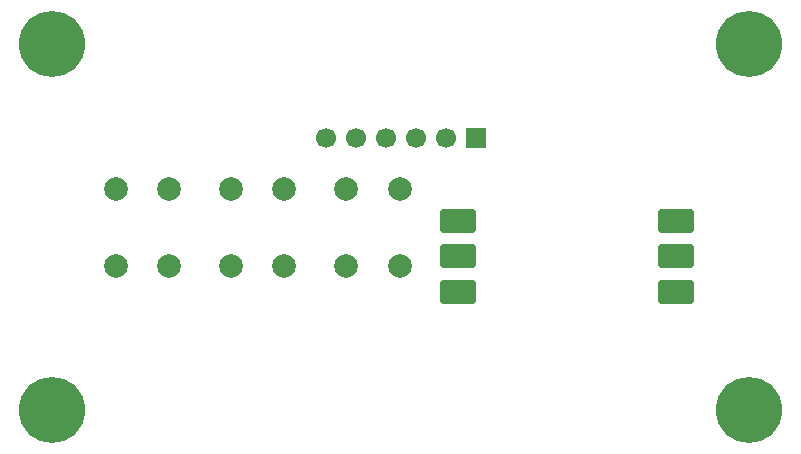
<source format=gts>
G04 #@! TF.GenerationSoftware,KiCad,Pcbnew,9.0.0*
G04 #@! TF.CreationDate,2025-05-13T10:04:43+08:00*
G04 #@! TF.ProjectId,STEAM 2025 V4,53544541-4d20-4323-9032-352056342e6b,rev?*
G04 #@! TF.SameCoordinates,Original*
G04 #@! TF.FileFunction,Soldermask,Top*
G04 #@! TF.FilePolarity,Negative*
%FSLAX46Y46*%
G04 Gerber Fmt 4.6, Leading zero omitted, Abs format (unit mm)*
G04 Created by KiCad (PCBNEW 9.0.0) date 2025-05-13 10:04:43*
%MOMM*%
%LPD*%
G01*
G04 APERTURE LIST*
G04 Aperture macros list*
%AMRoundRect*
0 Rectangle with rounded corners*
0 $1 Rounding radius*
0 $2 $3 $4 $5 $6 $7 $8 $9 X,Y pos of 4 corners*
0 Add a 4 corners polygon primitive as box body*
4,1,4,$2,$3,$4,$5,$6,$7,$8,$9,$2,$3,0*
0 Add four circle primitives for the rounded corners*
1,1,$1+$1,$2,$3*
1,1,$1+$1,$4,$5*
1,1,$1+$1,$6,$7*
1,1,$1+$1,$8,$9*
0 Add four rect primitives between the rounded corners*
20,1,$1+$1,$2,$3,$4,$5,0*
20,1,$1+$1,$4,$5,$6,$7,0*
20,1,$1+$1,$6,$7,$8,$9,0*
20,1,$1+$1,$8,$9,$2,$3,0*%
G04 Aperture macros list end*
%ADD10RoundRect,0.200000X-1.300000X-0.800000X1.300000X-0.800000X1.300000X0.800000X-1.300000X0.800000X0*%
%ADD11C,2.000000*%
%ADD12R,1.700000X1.700000*%
%ADD13C,1.700000*%
%ADD14C,5.600000*%
G04 APERTURE END LIST*
D10*
X131350000Y-148990000D03*
X149850000Y-148990000D03*
X131350000Y-151990000D03*
X131350000Y-154990000D03*
X149850000Y-154990000D03*
X149850000Y-151990000D03*
D11*
X126420000Y-146320000D03*
X126420000Y-152820000D03*
X121920000Y-146320000D03*
X121920000Y-152820000D03*
D12*
X132850000Y-142000000D03*
D13*
X130310000Y-142000000D03*
X127770000Y-142000000D03*
X125230000Y-142000000D03*
X122690000Y-142000000D03*
X120150000Y-142000000D03*
D11*
X116670000Y-146320000D03*
X116670000Y-152820000D03*
X112170000Y-146320000D03*
X112170000Y-152820000D03*
X106920000Y-146320000D03*
X106920000Y-152820000D03*
X102420000Y-146320000D03*
X102420000Y-152820000D03*
D14*
X156000000Y-134000000D03*
X156000000Y-165000000D03*
X97000000Y-165000000D03*
X97000000Y-134000000D03*
M02*

</source>
